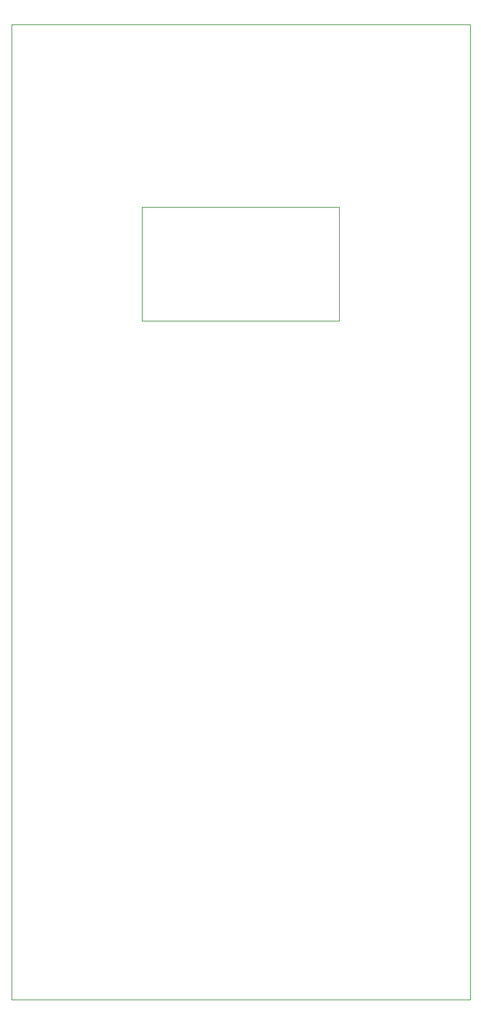
<source format=gbr>
G04 #@! TF.GenerationSoftware,KiCad,Pcbnew,(5.1.10)-1*
G04 #@! TF.CreationDate,2021-12-21T11:24:08-08:00*
G04 #@! TF.ProjectId,SpankulatorPanel,5370616e-6b75-46c6-9174-6f7250616e65,rev?*
G04 #@! TF.SameCoordinates,Original*
G04 #@! TF.FileFunction,Profile,NP*
%FSLAX46Y46*%
G04 Gerber Fmt 4.6, Leading zero omitted, Abs format (unit mm)*
G04 Created by KiCad (PCBNEW (5.1.10)-1) date 2021-12-21 11:24:08*
%MOMM*%
%LPD*%
G01*
G04 APERTURE LIST*
G04 #@! TA.AperFunction,Profile*
%ADD10C,0.050000*%
G04 #@! TD*
G04 APERTURE END LIST*
D10*
X98200000Y-64000000D02*
X72200000Y-64000000D01*
X98200000Y-79000000D02*
X98200000Y-64000000D01*
X72200000Y-79000000D02*
X98200000Y-79000000D01*
X72200000Y-64000000D02*
X72200000Y-79000000D01*
X115400000Y-40000000D02*
X55000000Y-40000000D01*
X115400000Y-168400000D02*
X115400000Y-40000000D01*
X55000000Y-168400000D02*
X115400000Y-168400000D01*
X55000000Y-40000000D02*
X55000000Y-168400000D01*
M02*

</source>
